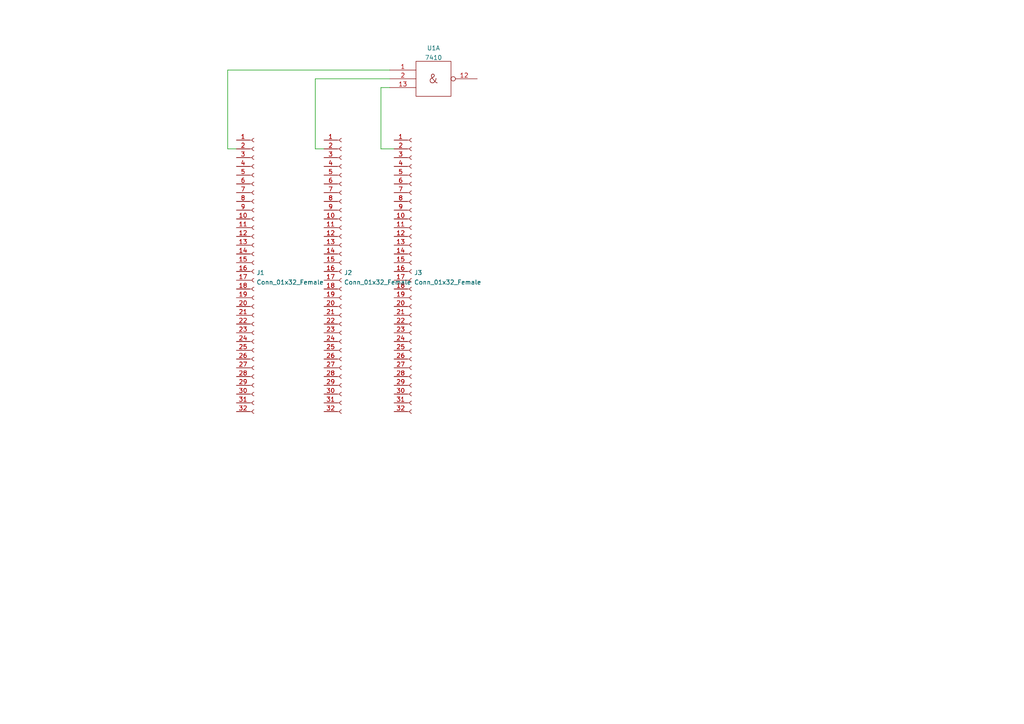
<source format=kicad_sch>
(kicad_sch (version 20211123) (generator eeschema)
  (paper "A4")
  (lib_symbols
    (symbol "74xx_IEEE:7410" (pin_names (offset 0.762))
      (property "Reference" "U" (at 2.54 7.62 0))
      (property "Value" "7410" (at 3.81 -7.62 0))
      (symbol "7410_0_0"
        (text "&" (at 0 0 0) (effects (font (size 2.54 2.54))))
      )
      (symbol "7410_0_1"
        (rectangle (start -5.08 5.08) (end 5.08 -5.08))
        (pin power_in line (at 0 5.08 270) (length 0) hide (name "Vcc") (number "14"))
        (pin power_in line (at 0 -5.08 90) (length 0) hide (name "Gnd") (number "7"))
      )
      (symbol "7410_1_1"
        (pin input line (at -12.7 2.54 0) (length 7.62) (name "~") (number "1"))
        (pin output inverted (at 12.7 0 180) (length 7.62) (name "~") (number "12"))
        (pin input line (at -12.7 -2.54 0) (length 7.62) (name "~") (number "13"))
        (pin input line (at -12.7 0 0) (length 7.62) (name "~") (number "2"))
      )
      (symbol "7410_2_1"
        (pin input line (at -12.7 2.54 0) (length 7.62) (name "~") (number "3"))
        (pin input line (at -12.7 0 0) (length 7.62) (name "~") (number "4"))
        (pin input line (at -12.7 -2.54 0) (length 7.62) (name "~") (number "5"))
        (pin output inverted (at 12.7 0 180) (length 7.62) (name "~") (number "6"))
      )
      (symbol "7410_3_1"
        (pin input line (at -12.7 0 0) (length 7.62) (name "~") (number "10"))
        (pin input line (at -12.7 -2.54 0) (length 7.62) (name "~") (number "11"))
        (pin output inverted (at 12.7 0 180) (length 7.62) (name "~") (number "8"))
        (pin input line (at -12.7 2.54 0) (length 7.62) (name "~") (number "9"))
      )
    )
    (symbol "Connector:Conn_01x32_Female" (pin_names (offset 1.016) hide)
      (property "Reference" "J" (at 0 40.64 0))
      (property "Value" "Conn_01x32_Female" (at 0 -43.18 0))
      (symbol "Conn_01x32_Female_1_1"
        (arc (start 0 -40.132) (mid -0.508 -40.64) (end 0 -41.148) (stroke (width 0.1524)))
        (arc (start 0 -37.592) (mid -0.508 -38.1) (end 0 -38.608) (stroke (width 0.1524)))
        (arc (start 0 -35.052) (mid -0.508 -35.56) (end 0 -36.068) (stroke (width 0.1524)))
        (arc (start 0 -32.512) (mid -0.508 -33.02) (end 0 -33.528) (stroke (width 0.1524)))
        (arc (start 0 -29.972) (mid -0.508 -30.48) (end 0 -30.988) (stroke (width 0.1524)))
        (arc (start 0 -27.432) (mid -0.508 -27.94) (end 0 -28.448) (stroke (width 0.1524)))
        (arc (start 0 -24.892) (mid -0.508 -25.4) (end 0 -25.908) (stroke (width 0.1524)))
        (arc (start 0 -22.352) (mid -0.508 -22.86) (end 0 -23.368) (stroke (width 0.1524)))
        (arc (start 0 -19.812) (mid -0.508 -20.32) (end 0 -20.828) (stroke (width 0.1524)))
        (arc (start 0 -17.272) (mid -0.508 -17.78) (end 0 -18.288) (stroke (width 0.1524)))
        (arc (start 0 -14.732) (mid -0.508 -15.24) (end 0 -15.748) (stroke (width 0.1524)))
        (arc (start 0 -12.192) (mid -0.508 -12.7) (end 0 -13.208) (stroke (width 0.1524)))
        (arc (start 0 -9.652) (mid -0.508 -10.16) (end 0 -10.668) (stroke (width 0.1524)))
        (arc (start 0 -7.112) (mid -0.508 -7.62) (end 0 -8.128) (stroke (width 0.1524)))
        (arc (start 0 -4.572) (mid -0.508 -5.08) (end 0 -5.588) (stroke (width 0.1524)))
        (arc (start 0 -2.032) (mid -0.508 -2.54) (end 0 -3.048) (stroke (width 0.1524)))
        (polyline (pts (xy -1.27 -40.64) (xy -0.508 -40.64)) (stroke (width 0.1524)))
        (polyline (pts (xy -1.27 -38.1) (xy -0.508 -38.1)) (stroke (width 0.1524)))
        (polyline (pts (xy -1.27 -35.56) (xy -0.508 -35.56)) (stroke (width 0.1524)))
        (polyline (pts (xy -1.27 -33.02) (xy -0.508 -33.02)) (stroke (width 0.1524)))
        (polyline (pts (xy -1.27 -30.48) (xy -0.508 -30.48)) (stroke (width 0.1524)))
        (polyline (pts (xy -1.27 -27.94) (xy -0.508 -27.94)) (stroke (width 0.1524)))
        (polyline (pts (xy -1.27 -25.4) (xy -0.508 -25.4)) (stroke (width 0.1524)))
        (polyline (pts (xy -1.27 -22.86) (xy -0.508 -22.86)) (stroke (width 0.1524)))
        (polyline (pts (xy -1.27 -20.32) (xy -0.508 -20.32)) (stroke (width 0.1524)))
        (polyline (pts (xy -1.27 -17.78) (xy -0.508 -17.78)) (stroke (width 0.1524)))
        (polyline (pts (xy -1.27 -15.24) (xy -0.508 -15.24)) (stroke (width 0.1524)))
        (polyline (pts (xy -1.27 -12.7) (xy -0.508 -12.7)) (stroke (width 0.1524)))
        (polyline (pts (xy -1.27 -10.16) (xy -0.508 -10.16)) (stroke (width 0.1524)))
        (polyline (pts (xy -1.27 -7.62) (xy -0.508 -7.62)) (stroke (width 0.1524)))
        (polyline (pts (xy -1.27 -5.08) (xy -0.508 -5.08)) (stroke (width 0.1524)))
        (polyline (pts (xy -1.27 -2.54) (xy -0.508 -2.54)) (stroke (width 0.1524)))
        (polyline (pts (xy -1.27 0) (xy -0.508 0)) (stroke (width 0.1524)))
        (polyline (pts (xy -1.27 2.54) (xy -0.508 2.54)) (stroke (width 0.1524)))
        (polyline (pts (xy -1.27 5.08) (xy -0.508 5.08)) (stroke (width 0.1524)))
        (polyline (pts (xy -1.27 7.62) (xy -0.508 7.62)) (stroke (width 0.1524)))
        (polyline (pts (xy -1.27 10.16) (xy -0.508 10.16)) (stroke (width 0.1524)))
        (polyline (pts (xy -1.27 12.7) (xy -0.508 12.7)) (stroke (width 0.1524)))
        (polyline (pts (xy -1.27 15.24) (xy -0.508 15.24)) (stroke (width 0.1524)))
        (polyline (pts (xy -1.27 17.78) (xy -0.508 17.78)) (stroke (width 0.1524)))
        (polyline (pts (xy -1.27 20.32) (xy -0.508 20.32)) (stroke (width 0.1524)))
        (polyline (pts (xy -1.27 22.86) (xy -0.508 22.86)) (stroke (width 0.1524)))
        (polyline (pts (xy -1.27 25.4) (xy -0.508 25.4)) (stroke (width 0.1524)))
        (polyline (pts (xy -1.27 27.94) (xy -0.508 27.94)) (stroke (width 0.1524)))
        (polyline (pts (xy -1.27 30.48) (xy -0.508 30.48)) (stroke (width 0.1524)))
        (polyline (pts (xy -1.27 33.02) (xy -0.508 33.02)) (stroke (width 0.1524)))
        (polyline (pts (xy -1.27 35.56) (xy -0.508 35.56)) (stroke (width 0.1524)))
        (polyline (pts (xy -1.27 38.1) (xy -0.508 38.1)) (stroke (width 0.1524)))
        (arc (start 0 0.508) (mid -0.508 0) (end 0 -0.508) (stroke (width 0.1524)))
        (arc (start 0 3.048) (mid -0.508 2.54) (end 0 2.032) (stroke (width 0.1524)))
        (arc (start 0 5.588) (mid -0.508 5.08) (end 0 4.572) (stroke (width 0.1524)))
        (arc (start 0 8.128) (mid -0.508 7.62) (end 0 7.112) (stroke (width 0.1524)))
        (arc (start 0 10.668) (mid -0.508 10.16) (end 0 9.652) (stroke (width 0.1524)))
        (arc (start 0 13.208) (mid -0.508 12.7) (end 0 12.192) (stroke (width 0.1524)))
        (arc (start 0 15.748) (mid -0.508 15.24) (end 0 14.732) (stroke (width 0.1524)))
        (arc (start 0 18.288) (mid -0.508 17.78) (end 0 17.272) (stroke (width 0.1524)))
        (arc (start 0 20.828) (mid -0.508 20.32) (end 0 19.812) (stroke (width 0.1524)))
        (arc (start 0 23.368) (mid -0.508 22.86) (end 0 22.352) (stroke (width 0.1524)))
        (arc (start 0 25.908) (mid -0.508 25.4) (end 0 24.892) (stroke (width 0.1524)))
        (arc (start 0 28.448) (mid -0.508 27.94) (end 0 27.432) (stroke (width 0.1524)))
        (arc (start 0 30.988) (mid -0.508 30.48) (end 0 29.972) (stroke (width 0.1524)))
        (arc (start 0 33.528) (mid -0.508 33.02) (end 0 32.512) (stroke (width 0.1524)))
        (arc (start 0 36.068) (mid -0.508 35.56) (end 0 35.052) (stroke (width 0.1524)))
        (arc (start 0 38.608) (mid -0.508 38.1) (end 0 37.592) (stroke (width 0.1524)))
        (pin passive line (at -5.08 38.1 0) (length 3.81) (name "Pin_1") (number "1"))
        (pin passive line (at -5.08 15.24 0) (length 3.81) (name "Pin_10") (number "10"))
        (pin passive line (at -5.08 12.7 0) (length 3.81) (name "Pin_11") (number "11"))
        (pin passive line (at -5.08 10.16 0) (length 3.81) (name "Pin_12") (number "12"))
        (pin passive line (at -5.08 7.62 0) (length 3.81) (name "Pin_13") (number "13"))
        (pin passive line (at -5.08 5.08 0) (length 3.81) (name "Pin_14") (number "14"))
        (pin passive line (at -5.08 2.54 0) (length 3.81) (name "Pin_15") (number "15"))
        (pin passive line (at -5.08 0 0) (length 3.81) (name "Pin_16") (number "16"))
        (pin passive line (at -5.08 -2.54 0) (length 3.81) (name "Pin_17") (number "17"))
        (pin passive line (at -5.08 -5.08 0) (length 3.81) (name "Pin_18") (number "18"))
        (pin passive line (at -5.08 -7.62 0) (length 3.81) (name "Pin_19") (number "19"))
        (pin passive line (at -5.08 35.56 0) (length 3.81) (name "Pin_2") (number "2"))
        (pin passive line (at -5.08 -10.16 0) (length 3.81) (name "Pin_20") (number "20"))
        (pin passive line (at -5.08 -12.7 0) (length 3.81) (name "Pin_21") (number "21"))
        (pin passive line (at -5.08 -15.24 0) (length 3.81) (name "Pin_22") (number "22"))
        (pin passive line (at -5.08 -17.78 0) (length 3.81) (name "Pin_23") (number "23"))
        (pin passive line (at -5.08 -20.32 0) (length 3.81) (name "Pin_24") (number "24"))
        (pin passive line (at -5.08 -22.86 0) (length 3.81) (name "Pin_25") (number "25"))
        (pin passive line (at -5.08 -25.4 0) (length 3.81) (name "Pin_26") (number "26"))
        (pin passive line (at -5.08 -27.94 0) (length 3.81) (name "Pin_27") (number "27"))
        (pin passive line (at -5.08 -30.48 0) (length 3.81) (name "Pin_28") (number "28"))
        (pin passive line (at -5.08 -33.02 0) (length 3.81) (name "Pin_29") (number "29"))
        (pin passive line (at -5.08 33.02 0) (length 3.81) (name "Pin_3") (number "3"))
        (pin passive line (at -5.08 -35.56 0) (length 3.81) (name "Pin_30") (number "30"))
        (pin passive line (at -5.08 -38.1 0) (length 3.81) (name "Pin_31") (number "31"))
        (pin passive line (at -5.08 -40.64 0) (length 3.81) (name "Pin_32") (number "32"))
        (pin passive line (at -5.08 30.48 0) (length 3.81) (name "Pin_4") (number "4"))
        (pin passive line (at -5.08 27.94 0) (length 3.81) (name "Pin_5") (number "5"))
        (pin passive line (at -5.08 25.4 0) (length 3.81) (name "Pin_6") (number "6"))
        (pin passive line (at -5.08 22.86 0) (length 3.81) (name "Pin_7") (number "7"))
        (pin passive line (at -5.08 20.32 0) (length 3.81) (name "Pin_8") (number "8"))
        (pin passive line (at -5.08 17.78 0) (length 3.81) (name "Pin_9") (number "9"))
      )
    )
  )
  (wire (pts (xy 66.04 43.18) (xy 66.04 20.32)))
  (wire (pts (xy 114.3 43.18) (xy 110.49 43.18)))
  (wire (pts (xy 91.44 43.18) (xy 91.44 22.86)))
  (wire (pts (xy 91.44 22.86) (xy 113.03 22.86)))
  (wire (pts (xy 110.49 43.18) (xy 110.49 25.4)))
  (wire (pts (xy 93.98 43.18) (xy 91.44 43.18)))
  (wire (pts (xy 68.58 43.18) (xy 66.04 43.18)))
  (wire (pts (xy 66.04 20.32) (xy 113.03 20.32)))
  (wire (pts (xy 110.49 25.4) (xy 113.03 25.4)))
  (symbol (lib_id "74xx_IEEE:7410") (at 125.73 22.86 0) (unit 1)
    (property "Reference" "U1" (at 125.73 13.9405 0))
    (property "Value" "7410" (at 125.73 16.7156 0))
    (property "Footprint" "Package_DIP:DIP-14_W7.62mm" (effects hide))
  )
  (symbol (lib_id "Connector:Conn_01x32_Female") (at 119.38 78.74 0) (unit 1)
    (property "Reference" "J3" (at 120.0912 79.1015 0) (effects (justify left)))
    (property "Value" "Conn_01x32_Female" (at 120.0912 81.8766 0) (effects (justify left)))
    (property "Footprint" "Connector_PinHeader_2.54mm:PinHeader_1x32_P2.54mm_Vertical" (effects hide))
  )
  (symbol (lib_id "Connector:Conn_01x32_Female") (at 73.66 78.74 0) (unit 1)
    (property "Reference" "J1" (at 74.3712 79.1015 0) (effects (justify left)))
    (property "Value" "Conn_01x32_Female" (at 74.3712 81.8766 0) (effects (justify left)))
    (property "Footprint" "Connector_PinHeader_2.54mm:PinHeader_1x32_P2.54mm_Vertical" (effects hide))
  )
  (symbol (lib_id "Connector:Conn_01x32_Female") (at 99.06 78.74 0) (unit 1)
    (property "Reference" "J2" (at 99.7712 79.1015 0) (effects (justify left)))
    (property "Value" "Conn_01x32_Female" (at 99.7712 81.8766 0) (effects (justify left)))
    (property "Footprint" "Connector_PinHeader_2.54mm:PinHeader_1x32_P2.54mm_Vertical" (effects hide))
  )
)
</source>
